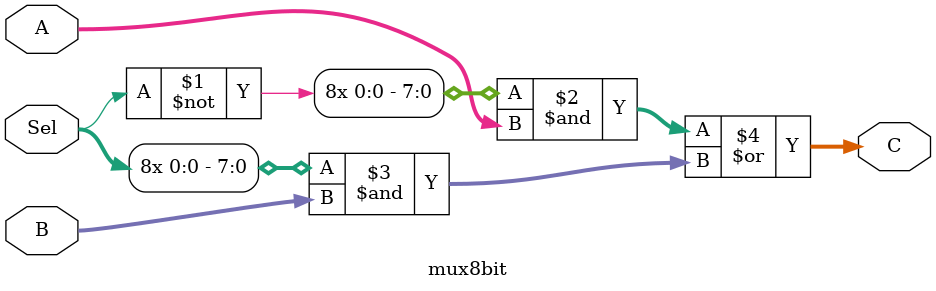
<source format=v>
`timescale 1ns / 1ps


module mux8bit(
    input [7:0] A,
    input [7:0] B,
    input Sel,
    
    output [7:0] C
);
    assign C = ({8{~Sel}} & A) | ({8{Sel}} & B);
endmodule
</source>
